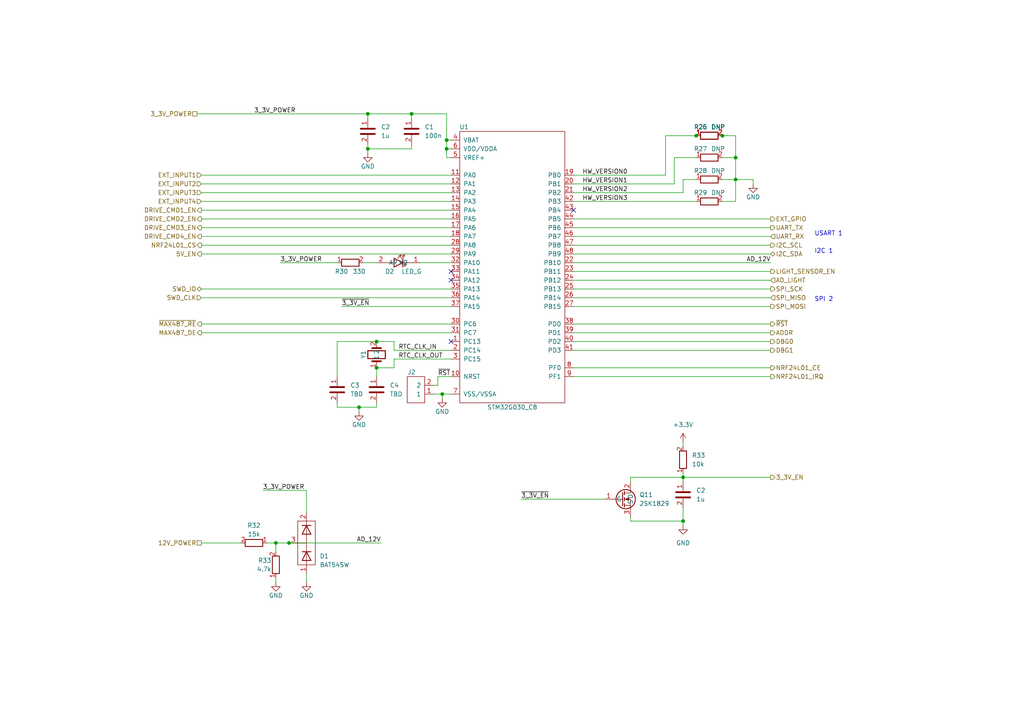
<source format=kicad_sch>
(kicad_sch (version 20230121) (generator eeschema)
  (paper "A4")
  (title_block (title "Home automation module") (date "2024-03-24") (rev "1.0") (company "stf.labs"))
  (lib_symbols
    (symbol "p_Diode:BAT54SW" (pin_names (offset 1.016) hide)
      (property "Reference" "D" (at -2.54 7.62 0))
      (property "Value" "BAT54SW" (at 6.35 -7.62 0))
      (symbol "BAT54SW_0_1"
        (rectangle (start -2.54 6.35) (end 2.54 -6.35))
        (polyline (pts (xy 0 -6.35) (xy 0 -5.08)))
        (polyline (pts (xy 0 5.08) (xy 0 6.35)))
        (polyline (pts (xy 0 2.54) (xy 0 -2.54) (xy 0 0) (xy -2.54 0)))
      )
      (symbol "BAT54SW_1_1"
        (polyline (pts (xy 0 -5.08) (xy 0 -2.54)))
        (polyline (pts (xy 0 2.54) (xy 0 5.08)))
        (polyline (pts (xy 1.27 -2.54) (xy -1.27 -2.54)) (stroke (width 0.254)))
        (polyline (pts (xy 1.27 5.08) (xy -1.27 5.08)) (stroke (width 0.254)))
        (polyline (pts (xy 1.27 -5.08) (xy -1.27 -5.08) (xy 0 -2.54) (xy 1.27 -5.08)) (stroke (width 0.254)))
        (polyline (pts (xy 1.27 2.54) (xy -1.27 2.54) (xy 0 5.08) (xy 1.27 2.54)) (stroke (width 0.254)))
        (pin passive line (at 0 -8.89 90) (length 2.54) (name "A") (number "1"))
        (pin passive line (at 0 8.89 270) (length 2.54) (name "K") (number "2"))
        (pin passive line (at -5.08 0 0) (length 2.54) (name "A/K") (number "3"))
      )
    )
    (symbol "p_Diode:LED_G" (pin_names (offset 1.016))
      (property "Reference" "D" (at 0 5.08 0))
      (property "Value" "LED_G" (at 0 -3.81 0))
      (symbol "LED_G_1_1"
        (polyline (pts (xy -3.81 0) (xy -1.27 0)))
        (polyline (pts (xy -0.254 1.27) (xy 0.762 2.286)))
        (polyline (pts (xy 0.762 1.27) (xy 1.778 2.286)))
        (polyline (pts (xy 1.27 0) (xy 3.81 0)))
        (polyline (pts (xy 1.27 1.27) (xy 1.27 -1.27)) (stroke (width 0.254)))
        (polyline (pts (xy 0 2.032) (xy 0.762 2.286) (xy 0.508 1.524)))
        (polyline (pts (xy 1.016 2.032) (xy 1.778 2.286) (xy 1.524 1.524)))
        (polyline (pts (xy -1.27 1.27) (xy -1.27 -1.27) (xy 1.27 0) (xy -1.27 1.27)) (stroke (width 0.254)))
        (text "R" (at 1.905 -0.7366 0) (effects (font (size 0.762 0.762))))
        (pin passive line (at 6.35 0 180) (length 2.54) (name "KR") (number "1"))
        (pin passive line (at -6.35 0 0) (length 2.54) (name "AR") (number "2"))
      )
    )
    (symbol "p_MCU:STM32G030_C8" (pin_names (offset 1.016))
      (property "Reference" "U" (at -13.97 40.64 0))
      (property "Value" "STM32G030_C8" (at 8.89 40.64 0))
      (symbol "STM32G030_C8_0_1"
        (rectangle (start -15.24 39.37) (end 15.24 -39.37))
      )
      (symbol "STM32G030_C8_1_1"
        (pin bidirectional line (at -17.78 -21.59 0) (length 2.54) (name "PC13") (number "1"))
        (pin bidirectional line (at -17.78 -31.75 0) (length 2.54) (name "NRST") (number "10"))
        (pin bidirectional line (at -17.78 26.67 0) (length 2.54) (name "PA0") (number "11"))
        (pin bidirectional line (at -17.78 24.13 0) (length 2.54) (name "PA1") (number "12"))
        (pin bidirectional line (at -17.78 21.59 0) (length 2.54) (name "PA2") (number "13"))
        (pin bidirectional line (at -17.78 19.05 0) (length 2.54) (name "PA3") (number "14"))
        (pin bidirectional line (at -17.78 16.51 0) (length 2.54) (name "PA4") (number "15"))
        (pin bidirectional line (at -17.78 13.97 0) (length 2.54) (name "PA5") (number "16"))
        (pin bidirectional line (at -17.78 11.43 0) (length 2.54) (name "PA6") (number "17"))
        (pin bidirectional line (at -17.78 8.89 0) (length 2.54) (name "PA7") (number "18"))
        (pin bidirectional line (at 17.78 26.67 180) (length 2.54) (name "PB0") (number "19"))
        (pin bidirectional line (at -17.78 -24.13 0) (length 2.54) (name "PC14") (number "2"))
        (pin bidirectional line (at 17.78 24.13 180) (length 2.54) (name "PB1") (number "20"))
        (pin bidirectional line (at 17.78 21.59 180) (length 2.54) (name "PB2") (number "21"))
        (pin bidirectional line (at 17.78 1.27 180) (length 2.54) (name "PB10") (number "22"))
        (pin bidirectional line (at 17.78 -1.27 180) (length 2.54) (name "PB11") (number "23"))
        (pin bidirectional line (at 17.78 -3.81 180) (length 2.54) (name "PB12") (number "24"))
        (pin bidirectional line (at 17.78 -6.35 180) (length 2.54) (name "PB13") (number "25"))
        (pin bidirectional line (at 17.78 -8.89 180) (length 2.54) (name "PB14") (number "26"))
        (pin bidirectional line (at 17.78 -11.43 180) (length 2.54) (name "PB15") (number "27"))
        (pin bidirectional line (at -17.78 6.35 0) (length 2.54) (name "PA8") (number "28"))
        (pin bidirectional line (at -17.78 3.81 0) (length 2.54) (name "PA9") (number "29"))
        (pin bidirectional line (at -17.78 -26.67 0) (length 2.54) (name "PC15") (number "3"))
        (pin bidirectional line (at -17.78 -16.51 0) (length 2.54) (name "PC6") (number "30"))
        (pin bidirectional line (at -17.78 -19.05 0) (length 2.54) (name "PC7") (number "31"))
        (pin bidirectional line (at -17.78 1.27 0) (length 2.54) (name "PA10") (number "32"))
        (pin bidirectional line (at -17.78 -1.27 0) (length 2.54) (name "PA11") (number "33"))
        (pin bidirectional line (at -17.78 -3.81 0) (length 2.54) (name "PA12") (number "34"))
        (pin bidirectional line (at -17.78 -6.35 0) (length 2.54) (name "PA13") (number "35"))
        (pin bidirectional line (at -17.78 -8.89 0) (length 2.54) (name "PA14") (number "36"))
        (pin bidirectional line (at -17.78 -11.43 0) (length 2.54) (name "PA15") (number "37"))
        (pin bidirectional line (at 17.78 -16.51 180) (length 2.54) (name "PD0") (number "38"))
        (pin bidirectional line (at 17.78 -19.05 180) (length 2.54) (name "PD1") (number "39"))
        (pin power_in line (at -17.78 36.83 0) (length 2.54) (name "VBAT") (number "4"))
        (pin bidirectional line (at 17.78 -21.59 180) (length 2.54) (name "PD2") (number "40"))
        (pin bidirectional line (at 17.78 -24.13 180) (length 2.54) (name "PD3") (number "41"))
        (pin bidirectional line (at 17.78 19.05 180) (length 2.54) (name "PB3") (number "42"))
        (pin bidirectional line (at 17.78 16.51 180) (length 2.54) (name "PB4") (number "43"))
        (pin bidirectional line (at 17.78 13.97 180) (length 2.54) (name "PB5") (number "44"))
        (pin bidirectional line (at 17.78 11.43 180) (length 2.54) (name "PB6") (number "45"))
        (pin bidirectional line (at 17.78 8.89 180) (length 2.54) (name "PB7") (number "46"))
        (pin bidirectional line (at 17.78 6.35 180) (length 2.54) (name "PB8") (number "47"))
        (pin bidirectional line (at 17.78 3.81 180) (length 2.54) (name "PB9") (number "48"))
        (pin power_in line (at -17.78 31.75 0) (length 2.54) (name "VREF+") (number "5"))
        (pin power_in line (at -17.78 34.29 0) (length 2.54) (name "VDD/VDDA") (number "6"))
        (pin passive line (at -17.78 -36.83 0) (length 2.54) (name "VSS/VSSA") (number "7"))
        (pin bidirectional line (at 17.78 -29.21 180) (length 2.54) (name "PF0") (number "8"))
        (pin bidirectional line (at 17.78 -31.75 180) (length 2.54) (name "PF1") (number "9"))
      )
    )
    (symbol "p_Misc:Conn_HE13_1x2_2.54V" (pin_names (offset 1.016))
      (property "Reference" "J" (at 2.54 5.08 0))
      (property "Value" "Conn_HE13_1x2_2.54V" (at 2.54 -6.35 0))
      (symbol "Conn_HE13_1x2_2.54V_1_1"
        (rectangle (start 0 3.81) (end 5.08 -3.81))
        (pin passive line (at -2.54 1.27 0) (length 2.54) (name "1") (number "1"))
        (pin passive line (at -2.54 -1.27 0) (length 2.54) (name "2") (number "2"))
      )
    )
    (symbol "p_Misc:Crystal_3.2x1.5mm" (pin_names (offset 1.016))
      (property "Reference" "Y" (at 0 3.81 0))
      (property "Value" "Crystal_3.2x1.5mm" (at 0 -3.81 0))
      (symbol "Crystal_3.2x1.5mm_1_1"
        (rectangle (start -1.143 2.54) (end 1.143 -2.54) (stroke (width 0.3048)))
        (polyline (pts (xy -2.54 0) (xy -1.905 0)))
        (polyline (pts (xy -1.905 -1.27) (xy -1.905 1.27)) (stroke (width 0.508)))
        (polyline (pts (xy 1.905 -1.27) (xy 1.905 1.27)) (stroke (width 0.508)))
        (polyline (pts (xy 2.54 0) (xy 1.905 0)))
        (pin passive line (at -3.81 0 0) (length 1.27) (name "1") (number "1"))
        (pin passive line (at 3.81 0 180) (length 1.27) (name "2") (number "2"))
      )
    )
    (symbol "p_Passive:C_0603" (pin_names (offset 0) hide)
      (property "Reference" "C" (at 0 0 0))
      (property "Value" "C_0603" (at 0 0 0))
      (symbol "C_0603_1_1"
        (polyline (pts (xy -2.032 -0.762) (xy 2.032 -0.762)) (stroke (width 0.508)))
        (polyline (pts (xy -2.032 0.762) (xy 2.032 0.762)) (stroke (width 0.508)))
        (pin passive line (at 0 3.81 270) (length 2.794) (name "~") (number "1"))
        (pin passive line (at 0 -3.81 90) (length 2.794) (name "~") (number "2"))
      )
    )
    (symbol "p_Passive:R_0603" (pin_names (offset 0) hide)
      (property "Reference" "R" (at 0 0 0))
      (property "Value" "R_0603" (at 0 0 0))
      (symbol "R_0603_1_1"
        (rectangle (start -1.016 -2.54) (end 1.016 2.54) (stroke (width 0.254)))
        (pin passive line (at 0 3.81 270) (length 1.27) (name "~") (number "1"))
        (pin passive line (at 0 -3.81 90) (length 1.27) (name "~") (number "2"))
      )
    )
    (symbol "p_Transistor_FET:2SK1829" (pin_names (offset 1.016))
      (property "Reference" "Q" (at 2.54 2.54 0))
      (property "Value" "2SK1829" (at 6.35 0 0))
      (symbol "2SK1829_1_1"
        (circle (center -1.397 0) (radius 2.794) (stroke (width 0.254)))
        (polyline (pts (xy -2.286 0) (xy -5.08 0)))
        (polyline (pts (xy -2.286 1.905) (xy -2.286 -1.905)) (stroke (width 0.254)))
        (polyline (pts (xy -1.778 -1.778) (xy 0 -1.778)))
        (polyline (pts (xy -1.778 -1.27) (xy -1.778 -2.286)) (stroke (width 0.254)))
        (polyline (pts (xy -1.778 0.508) (xy -1.778 -0.508)) (stroke (width 0.254)))
        (polyline (pts (xy -1.778 1.778) (xy 0 1.778)))
        (polyline (pts (xy -1.778 2.286) (xy -1.778 1.27)) (stroke (width 0.254)))
        (polyline (pts (xy 0 2.54) (xy 0 1.778)))
        (polyline (pts (xy 0 -2.54) (xy 0 0) (xy -1.778 0)))
        (polyline (pts (xy -1.524 0) (xy -0.508 0.381) (xy -0.508 -0.381) (xy -1.524 0)) (fill (type outline)))
        (pin input line (at -7.62 0 0) (length 2.54) (name "G") (number "1"))
        (pin passive line (at 0 5.08 270) (length 2.54) (name "D") (number "2"))
        (pin passive line (at 0 -5.08 90) (length 2.54) (name "S") (number "3"))
      )
    )
    (symbol "power:+3.3V" (power) (pin_names (offset 0))
      (property "Value" "+3.3V" (at 0 3.556 0))
      (symbol "+3.3V_0_1"
        (polyline (pts (xy -0.762 1.27) (xy 0 2.54)))
        (polyline (pts (xy 0 0) (xy 0 2.54)))
        (polyline (pts (xy 0 2.54) (xy 0.762 1.27)))
      )
      (symbol "+3.3V_1_1"
        (pin power_in line (at 0 0 90) (length 0) hide (name "+3.3V") (number "1"))
      )
    )
    (symbol "power:GND" (power) (pin_names (offset 0))
      (property "Value" "GND" (at 0 -3.81 0))
      (symbol "GND_0_1"
        (polyline (pts (xy 0 0) (xy 0 -1.27) (xy 1.27 -1.27) (xy 0 -2.54) (xy -1.27 -1.27) (xy 0 -1.27)))
      )
      (symbol "GND_1_1"
        (pin power_in line (at 0 0 270) (length 0) hide (name "GND") (number "1"))
      )
    )
  )
  (junction (at 83.82 157.48))
  (junction (at 213.36 45.72))
  (junction (at 104.14 118.11))
  (junction (at 129.54 40.64))
  (junction (at 129.54 43.18))
  (junction (at 128.27 114.3))
  (junction (at 201.93 39.37))
  (junction (at 109.22 99.06))
  (junction (at 106.68 43.18))
  (junction (at 209.55 39.37))
  (junction (at 80.01 157.48))
  (junction (at 109.22 106.68))
  (junction (at 119.38 33.02))
  (junction (at 106.68 33.02))
  (junction (at 198.12 138.43))
  (junction (at 198.12 151.13))
  (junction (at 213.36 52.07))
  (no_connect (at 130.81 99.06))
  (no_connect (at 130.81 81.28))
  (no_connect (at 130.81 78.74))
  (no_connect (at 166.37 60.96))
  (wire (pts (xy 58.42 50.8) (xy 130.81 50.8)))
  (wire (pts (xy 58.42 71.12) (xy 130.81 71.12)))
  (wire (pts (xy 127 109.22) (xy 130.81 109.22)))
  (wire (pts (xy 201.93 39.37) (xy 193.04 39.37)))
  (wire (pts (xy 119.38 33.02) (xy 119.38 34.29)))
  (wire (pts (xy 114.3 99.06) (xy 114.3 101.6)))
  (wire (pts (xy 106.68 34.29) (xy 106.68 33.02)))
  (wire (pts (xy 166.37 66.04) (xy 223.52 66.04)))
  (wire (pts (xy 105.41 76.2) (xy 109.22 76.2)))
  (wire (pts (xy 130.81 40.64) (xy 129.54 40.64)))
  (wire (pts (xy 106.68 33.02) (xy 119.38 33.02)))
  (wire (pts (xy 129.54 33.02) (xy 119.38 33.02)))
  (wire (pts (xy 129.54 40.64) (xy 129.54 33.02)))
  (wire (pts (xy 166.37 93.98) (xy 223.52 93.98)))
  (wire (pts (xy 166.37 76.2) (xy 223.52 76.2)))
  (wire (pts (xy 166.37 78.74) (xy 223.52 78.74)))
  (wire (pts (xy 83.82 157.48) (xy 80.01 157.48)))
  (wire (pts (xy 198.12 151.13) (xy 198.12 152.4)))
  (wire (pts (xy 209.55 39.37) (xy 213.36 39.37)))
  (wire (pts (xy 121.92 76.2) (xy 130.81 76.2)))
  (wire (pts (xy 80.01 157.48) (xy 77.47 157.48)))
  (wire (pts (xy 166.37 50.8) (xy 193.04 50.8)))
  (wire (pts (xy 129.54 40.64) (xy 129.54 43.18)))
  (wire (pts (xy 58.42 55.88) (xy 130.81 55.88)))
  (wire (pts (xy 166.37 96.52) (xy 223.52 96.52)))
  (wire (pts (xy 58.42 60.96) (xy 130.81 60.96)))
  (wire (pts (xy 166.37 68.58) (xy 223.52 68.58)))
  (wire (pts (xy 166.37 88.9) (xy 223.52 88.9)))
  (wire (pts (xy 166.37 53.34) (xy 195.58 53.34)))
  (wire (pts (xy 88.9 142.24) (xy 88.9 148.59)))
  (wire (pts (xy 128.27 115.57) (xy 128.27 114.3)))
  (wire (pts (xy 58.42 73.66) (xy 130.81 73.66)))
  (wire (pts (xy 130.81 45.72) (xy 129.54 45.72)))
  (wire (pts (xy 209.55 45.72) (xy 213.36 45.72)))
  (wire (pts (xy 58.42 68.58) (xy 130.81 68.58)))
  (wire (pts (xy 81.28 76.2) (xy 97.79 76.2)))
  (wire (pts (xy 198.12 52.07) (xy 198.12 55.88)))
  (wire (pts (xy 218.44 52.07) (xy 218.44 53.34)))
  (wire (pts (xy 182.88 149.86) (xy 182.88 151.13)))
  (wire (pts (xy 166.37 73.66) (xy 223.52 73.66)))
  (wire (pts (xy 80.01 157.48) (xy 80.01 160.02)))
  (wire (pts (xy 97.79 116.84) (xy 97.79 118.11)))
  (wire (pts (xy 109.22 99.06) (xy 114.3 99.06)))
  (wire (pts (xy 166.37 58.42) (xy 201.93 58.42)))
  (wire (pts (xy 213.36 52.07) (xy 218.44 52.07)))
  (wire (pts (xy 109.22 106.68) (xy 114.3 106.68)))
  (wire (pts (xy 97.79 99.06) (xy 97.79 109.22)))
  (wire (pts (xy 213.36 52.07) (xy 213.36 58.42)))
  (wire (pts (xy 114.3 101.6) (xy 130.81 101.6)))
  (wire (pts (xy 195.58 45.72) (xy 201.93 45.72)))
  (wire (pts (xy 166.37 83.82) (xy 223.52 83.82)))
  (wire (pts (xy 166.37 63.5) (xy 223.52 63.5)))
  (wire (pts (xy 58.42 58.42) (xy 130.81 58.42)))
  (wire (pts (xy 128.27 114.3) (xy 130.81 114.3)))
  (wire (pts (xy 110.49 157.48) (xy 83.82 157.48)))
  (wire (pts (xy 195.58 53.34) (xy 195.58 45.72)))
  (wire (pts (xy 58.42 63.5) (xy 130.81 63.5)))
  (wire (pts (xy 193.04 39.37) (xy 193.04 50.8)))
  (wire (pts (xy 213.36 58.42) (xy 209.55 58.42)))
  (wire (pts (xy 198.12 138.43) (xy 198.12 137.16)))
  (wire (pts (xy 198.12 151.13) (xy 198.12 147.32)))
  (wire (pts (xy 129.54 45.72) (xy 129.54 43.18)))
  (wire (pts (xy 114.3 104.14) (xy 130.81 104.14)))
  (wire (pts (xy 58.42 86.36) (xy 130.81 86.36)))
  (wire (pts (xy 198.12 138.43) (xy 198.12 139.7)))
  (wire (pts (xy 76.2 142.24) (xy 88.9 142.24)))
  (wire (pts (xy 104.14 118.11) (xy 109.22 118.11)))
  (wire (pts (xy 104.14 118.11) (xy 104.14 119.38)))
  (wire (pts (xy 151.13 144.78) (xy 175.26 144.78)))
  (wire (pts (xy 166.37 86.36) (xy 223.52 86.36)))
  (wire (pts (xy 106.68 43.18) (xy 119.38 43.18)))
  (wire (pts (xy 125.73 114.3) (xy 128.27 114.3)))
  (wire (pts (xy 125.73 111.76) (xy 127 111.76)))
  (wire (pts (xy 166.37 106.68) (xy 223.52 106.68)))
  (wire (pts (xy 106.68 43.18) (xy 106.68 44.45)))
  (wire (pts (xy 109.22 109.22) (xy 109.22 106.68)))
  (wire (pts (xy 58.42 66.04) (xy 130.81 66.04)))
  (wire (pts (xy 58.42 96.52) (xy 130.81 96.52)))
  (wire (pts (xy 166.37 109.22) (xy 223.52 109.22)))
  (wire (pts (xy 198.12 128.27) (xy 198.12 129.54)))
  (wire (pts (xy 57.15 33.02) (xy 106.68 33.02)))
  (wire (pts (xy 99.06 88.9) (xy 130.81 88.9)))
  (wire (pts (xy 80.01 167.64) (xy 80.01 168.91)))
  (wire (pts (xy 166.37 101.6) (xy 223.52 101.6)))
  (wire (pts (xy 213.36 39.37) (xy 213.36 45.72)))
  (wire (pts (xy 127 111.76) (xy 127 109.22)))
  (wire (pts (xy 182.88 139.7) (xy 182.88 138.43)))
  (wire (pts (xy 58.42 157.48) (xy 69.85 157.48)))
  (wire (pts (xy 166.37 55.88) (xy 198.12 55.88)))
  (wire (pts (xy 166.37 99.06) (xy 223.52 99.06)))
  (wire (pts (xy 201.93 52.07) (xy 198.12 52.07)))
  (wire (pts (xy 182.88 151.13) (xy 198.12 151.13)))
  (wire (pts (xy 129.54 43.18) (xy 130.81 43.18)))
  (wire (pts (xy 58.42 53.34) (xy 130.81 53.34)))
  (wire (pts (xy 166.37 71.12) (xy 223.52 71.12)))
  (wire (pts (xy 119.38 43.18) (xy 119.38 41.91)))
  (wire (pts (xy 213.36 45.72) (xy 213.36 52.07)))
  (wire (pts (xy 58.42 93.98) (xy 130.81 93.98)))
  (wire (pts (xy 166.37 81.28) (xy 223.52 81.28)))
  (wire (pts (xy 209.55 52.07) (xy 213.36 52.07)))
  (wire (pts (xy 58.42 83.82) (xy 130.81 83.82)))
  (wire (pts (xy 109.22 118.11) (xy 109.22 116.84)))
  (wire (pts (xy 198.12 138.43) (xy 223.52 138.43)))
  (wire (pts (xy 97.79 118.11) (xy 104.14 118.11)))
  (wire (pts (xy 88.9 166.37) (xy 88.9 168.91)))
  (wire (pts (xy 106.68 41.91) (xy 106.68 43.18)))
  (wire (pts (xy 109.22 99.06) (xy 97.79 99.06)))
  (wire (pts (xy 114.3 106.68) (xy 114.3 104.14)))
  (wire (pts (xy 182.88 138.43) (xy 198.12 138.43)))
  (text "USART 1" (at 236.22 68.58 0) (effects (font (size 1.27 1.27)) (justify left bottom)))
  (text "SPI 2" (at 236.22 87.63 0) (effects (font (size 1.27 1.27)) (justify left bottom)))
  (text "I2C 1" (at 236.22 73.66 0) (effects (font (size 1.27 1.27)) (justify left bottom)))
  (label "HW_VERSION2" (at 168.91 55.88 0))
  (label "3_3V_POWER" (at 73.66 33.02 0))
  (label "~{3_3V_EN}" (at 99.06 88.9 0))
  (label "RTC_CLK_OUT" (at 115.57 104.14 0))
  (label "3_3V_POWER" (at 76.2 142.24 0))
  (label "RTC_CLK_IN" (at 115.57 101.6 0))
  (label "AD_12V" (at 223.52 76.2 180))
  (label "~{RST}" (at 127 109.22 0))
  (label "HW_VERSION0" (at 168.91 50.8 0))
  (label "HW_VERSION3" (at 168.91 58.42 0))
  (label "~{3_3V_EN}" (at 151.13 144.78 0))
  (label "3_3V_POWER" (at 81.28 76.2 0))
  (label "AD_12V" (at 110.49 157.48 180))
  (label "HW_VERSION1" (at 168.91 53.34 0))
  (hierarchical_label "EXT_GPIO" (shape output) (at 223.52 63.5 0))
  (hierarchical_label "AD_LIGHT" (shape input) (at 223.52 81.28 0))
  (hierarchical_label "3_3V_POWER" (shape passive) (at 57.15 33.02 180))
  (hierarchical_label "~{RST}" (shape output) (at 223.52 93.98 0))
  (hierarchical_label "LIGHT_SENSOR_EN" (shape output) (at 223.52 78.74 0))
  (hierarchical_label "EXT_INPUT2" (shape input) (at 58.42 53.34 180))
  (hierarchical_label "UART_RX" (shape input) (at 223.52 68.58 0))
  (hierarchical_label "DBG1" (shape output) (at 223.52 101.6 0))
  (hierarchical_label "SPI_MOSI" (shape output) (at 223.52 88.9 0))
  (hierarchical_label "EXT_INPUT4" (shape input) (at 58.42 58.42 180))
  (hierarchical_label "DBG0" (shape output) (at 223.52 99.06 0))
  (hierarchical_label "~{MAX487_RE}" (shape output) (at 58.42 93.98 180))
  (hierarchical_label "I2C_SCL" (shape output) (at 223.52 71.12 0))
  (hierarchical_label "NRF24L01_CE" (shape output) (at 223.52 106.68 0))
  (hierarchical_label "DRIVE_CMD2_EN" (shape output) (at 58.42 63.5 180))
  (hierarchical_label "DRIVE_CMD3_EN" (shape output) (at 58.42 66.04 180))
  (hierarchical_label "DRIVE_CMD4_EN" (shape output) (at 58.42 68.58 180))
  (hierarchical_label "I2C_SDA" (shape bidirectional) (at 223.52 73.66 0))
  (hierarchical_label "SPI_SCK" (shape output) (at 223.52 83.82 0))
  (hierarchical_label "EXT_INPUT1" (shape input) (at 58.42 50.8 180))
  (hierarchical_label "EXT_INPUT3" (shape input) (at 58.42 55.88 180))
  (hierarchical_label "NRF24L01_CS" (shape output) (at 58.42 71.12 180))
  (hierarchical_label "SPI_MISO" (shape input) (at 223.52 86.36 0))
  (hierarchical_label "DRIVE_CMD1_EN" (shape output) (at 58.42 60.96 180))
  (hierarchical_label "5V_EN" (shape output) (at 58.42 73.66 180))
  (hierarchical_label "SWD_IO" (shape bidirectional) (at 58.42 83.82 180))
  (hierarchical_label "3_3V_EN" (shape output) (at 223.52 138.43 0))
  (hierarchical_label "SWD_CLK" (shape input) (at 58.42 86.36 180))
  (hierarchical_label "MAX487_DE" (shape output) (at 58.42 96.52 180))
  (hierarchical_label "ADDR" (shape output) (at 223.52 96.52 0))
  (hierarchical_label "NRF24L01_IRQ" (shape output) (at 223.52 109.22 0))
  (hierarchical_label "UART_TX" (shape output) (at 223.52 66.04 0))
  (hierarchical_label "12V_POWER" (shape passive) (at 58.42 157.48 180))
  (symbol (lib_id "p_Passive:R_0603") (at 205.74 45.72 90) (unit 1)
    (property "Reference" "R27" (at 203.2 43.18 90))
    (property "Value" "DNP" (at 208.28 43.18 90))
    (property "Footprint" "p_Package_Resistor_SMD:R_0603_1608Metric_Pad0.98x0.95mm_HandSolder" (effects hide))
  )
  (symbol (lib_id "p_Passive:R_0603") (at 205.74 52.07 90) (unit 1)
    (property "Reference" "R28" (at 203.2 49.53 90))
    (property "Value" "DNP" (at 208.28 49.53 90))
    (property "Footprint" "p_Package_Resistor_SMD:R_0603_1608Metric_Pad0.98x0.95mm_HandSolder" (effects hide))
  )
  (symbol (lib_id "p_Passive:C_0603") (at 106.68 38.1 0) (unit 1)
    (property "Reference" "C2" (at 110.49 36.83 0) (effects (justify left)))
    (property "Value" "1u" (at 110.49 39.37 0) (effects (justify left)))
    (property "Footprint" "p_Package_Capacitor_SMD:C_0603_1608Metric_Pad1.08x0.95mm_HandSolder" (effects hide))
    (instances (project "home_automation_module_std" (path "" (reference "C2") (unit 1)) (path "" (reference "C7") (unit 1))))
  )
  (symbol (lib_id "power:GND") (at 88.9 168.91 0) (mirror y) (unit 1)
    (property "Reference" "#PWR03" (effects hide))
    (property "Value" "GND" (at 88.9 172.72 0))
    (instances (project "home_automation_module_std" (path "" (reference "#PWR03") (unit 1)) (path "" (reference "#PWR046") (unit 1))))
  )
  (symbol (lib_id "p_Passive:R_0603") (at 205.74 39.37 90) (unit 1)
    (property "Reference" "R25" (at 203.2 36.83 90))
    (property "Value" "DNP" (at 208.28 36.83 90))
    (property "Footprint" "p_Package_Resistor_SMD:R_0603_1608Metric_Pad0.98x0.95mm_HandSolder" (effects hide))
  )
  (symbol (lib_id "power:GND") (at 80.01 168.91 0) (mirror y) (unit 1)
    (property "Reference" "#PWR03" (effects hide))
    (property "Value" "GND" (at 80.01 172.72 0))
    (instances (project "home_automation_module_std" (path "" (reference "#PWR03") (unit 1)) (path "" (reference "#PWR045") (unit 1))))
  )
  (symbol (lib_id "p_MCU:STM32G030_C8") (at 148.59 77.47 0) (unit 1)
    (property "Reference" "U1" (at 134.62 36.83 0))
    (property "Value" "STM32G030_C8" (at 148.59 118.11 0))
    (property "Footprint" "p_Package_QFP:LQFP-48_7x7mm_P0.5mm" (effects hide))
    (instances (project "home_automation_module_std" (path "" (reference "U1") (unit 1)) (path "" (reference "U5") (unit 1))))
  )
  (symbol (lib_id "p_Passive:R_0603") (at 73.66 157.48 270) (mirror x) (unit 1)
    (property "Reference" "R32" (at 73.66 152.4 90))
    (property "Value" "15k" (at 73.66 154.94 90))
    (property "Footprint" "p_Package_Resistor_SMD:R_0603_1608Metric_Pad0.98x0.95mm_HandSolder" (effects hide))
  )
  (symbol (lib_id "p_Misc:Crystal_3.2x1.5mm") (at 109.22 102.87 90) (unit 1)
    (property "Reference" "Y1" (at 105.41 102.87 0))
    (property "Value" "Crystal_3.2x1.5mm" (effects hide))
    (property "Footprint" "p_Package_Misc:Crystal_SMD_3.2x1.5mm" (effects hide))
  )
  (symbol (lib_id "power:GND") (at 198.12 152.4 0) (unit 1)
    (property "Reference" "#PWR040" (effects hide))
    (property "Value" "GND" (at 198.12 157.48 0))
    (instances (project "home_automation_module_std" (path "" (reference "#PWR040") (unit 1)) (path "" (reference "#PWR013") (unit 1)) (path "" (reference "#PWR044") (unit 1))))
  )
  (symbol (lib_id "power:GND") (at 104.14 119.38 0) (unit 1)
    (property "Reference" "#PWR09" (effects hide))
    (property "Value" "GND" (at 104.14 123.19 0))
    (instances (project "home_automation_module_std" (path "" (reference "#PWR09") (unit 1)) (path "" (reference "#PWR042") (unit 1))))
  )
  (symbol (lib_id "p_Passive:R_0603") (at 80.01 163.83 0) (mirror x) (unit 1)
    (property "Reference" "R33" (at 78.74 162.56 0) (effects (justify right)))
    (property "Value" "4.7k" (at 78.74 165.1 0) (effects (justify right)))
    (property "Footprint" "p_Package_Resistor_SMD:R_0603_1608Metric_Pad0.98x0.95mm_HandSolder" (effects hide))
  )
  (symbol (lib_id "power:GND") (at 218.44 53.34 0) (unit 1)
    (property "Reference" "#PWR05" (effects hide))
    (property "Value" "GND" (at 218.44 57.15 0))
    (instances (project "home_automation_module_std" (path "" (reference "#PWR05") (unit 1)) (path "" (reference "#PWR040") (unit 1))))
  )
  (symbol (lib_id "power:GND") (at 128.27 115.57 0) (unit 1)
    (property "Reference" "#PWR03" (effects hide))
    (property "Value" "GND" (at 128.27 119.38 0))
    (instances (project "home_automation_module_std" (path "" (reference "#PWR03") (unit 1)) (path "" (reference "#PWR041") (unit 1))))
  )
  (symbol (lib_id "p_Passive:R_0603") (at 198.12 133.35 180) (unit 1)
    (property "Reference" "R33" (at 200.66 132.08 0) (effects (justify right)))
    (property "Value" "10k" (at 200.66 134.62 0) (effects (justify right)))
    (property "Footprint" "p_Package_Resistor_SMD:R_0603_1608Metric_Pad0.98x0.95mm_HandSolder" (effects hide))
    (instances (project "home_automation_module_std" (path "" (reference "R33") (unit 1)) (path "" (reference "R15") (unit 1)) (path "" (reference "R31") (unit 1))))
  )
  (symbol (lib_id "p_Misc:Conn_HE13_1x2_2.54V") (at 123.19 113.03 180) (unit 1)
    (property "Reference" "J2" (at 119.38 107.95 0))
    (property "Value" "Conn_HE13_1x2_2.54V" (effects hide))
    (property "Footprint" "p_Package_Misc:PinHeader_1x02_P2.54mm_Vertical" (effects hide))
    (instances (project "home_automation_module_std" (path "" (reference "J2") (unit 1)) (path "" (reference "J6") (unit 1))))
  )
  (symbol (lib_id "p_Passive:C_0603") (at 109.22 113.03 0) (unit 1)
    (property "Reference" "C4" (at 113.03 111.76 0) (effects (justify left)))
    (property "Value" "TBD" (at 113.03 114.3 0) (effects (justify left)))
    (property "Footprint" "p_Package_Capacitor_SMD:C_0603_1608Metric_Pad1.08x0.95mm_HandSolder" (effects hide))
    (instances (project "home_automation_module_std" (path "" (reference "C4") (unit 1)) (path "" (reference "C10") (unit 1))))
  )
  (symbol (lib_id "p_Passive:R_0603") (at 101.6 76.2 90) (mirror x) (unit 1)
    (property "Reference" "R30" (at 99.06 78.74 90))
    (property "Value" "330" (at 104.14 78.74 90))
    (property "Footprint" "p_Package_Resistor_SMD:R_0603_1608Metric_Pad0.98x0.95mm_HandSolder" (effects hide))
  )
  (symbol (lib_id "p_Passive:C_0603") (at 119.38 38.1 0) (unit 1)
    (property "Reference" "C1" (at 123.19 36.83 0) (effects (justify left)))
    (property "Value" "100n" (at 123.19 39.37 0) (effects (justify left)))
    (property "Footprint" "p_Package_Capacitor_SMD:C_0603_1608Metric_Pad1.08x0.95mm_HandSolder" (effects hide))
    (instances (project "home_automation_module_std" (path "" (reference "C1") (unit 1)) (path "" (reference "C8") (unit 1))))
  )
  (symbol (lib_id "p_Passive:C_0603") (at 198.12 143.51 0) (unit 1)
    (property "Reference" "C2" (at 201.93 142.24 0) (effects (justify left)))
    (property "Value" "1u" (at 201.93 144.78 0) (effects (justify left)))
    (property "Footprint" "p_Package_Capacitor_SMD:C_0603_1608Metric_Pad1.08x0.95mm_HandSolder" (effects hide))
    (instances (project "home_automation_module_std" (path "" (reference "C2") (unit 1)) (path "" (reference "C11") (unit 1))))
  )
  (symbol (lib_id "power:GND") (at 106.68 44.45 0) (unit 1)
    (property "Reference" "#PWR05" (effects hide))
    (property "Value" "GND" (at 106.68 48.26 0))
    (instances (project "home_automation_module_std" (path "" (reference "#PWR05") (unit 1)) (path "" (reference "#PWR039") (unit 1))))
  )
  (symbol (lib_id "power:+3.3V") (at 198.12 128.27 0) (unit 1)
    (property "Reference" "#PWR039" (effects hide))
    (property "Value" "+3.3V" (at 198.12 123.19 0))
    (instances (project "home_automation_module_std" (path "" (reference "#PWR039") (unit 1)) (path "" (reference "#PWR043") (unit 1))))
  )
  (symbol (lib_id "p_Diode:LED_G") (at 115.57 76.2 0) (unit 1)
    (property "Reference" "D2" (at 113.03 78.74 0))
    (property "Value" "LED_G" (at 119.38 78.74 0))
    (property "Footprint" "p_Package_Diode_SMD:LED_0603_1608Metric" (effects hide))
  )
  (symbol (lib_id "p_Passive:C_0603") (at 97.79 113.03 0) (unit 1)
    (property "Reference" "C3" (at 101.6 111.76 0) (effects (justify left)))
    (property "Value" "TBD" (at 101.6 114.3 0) (effects (justify left)))
    (property "Footprint" "p_Package_Capacitor_SMD:C_0603_1608Metric_Pad1.08x0.95mm_HandSolder" (effects hide))
    (instances (project "home_automation_module_std" (path "" (reference "C3") (unit 1)) (path "" (reference "C9") (unit 1))))
  )
  (symbol (lib_id "p_Passive:R_0603") (at 205.74 39.37 90) (unit 1)
    (property "Reference" "R26" (at 203.2 36.83 90))
    (property "Value" "DNP" (at 208.28 36.83 90))
    (property "Footprint" "p_Package_Resistor_SMD:R_0603_1608Metric_Pad0.98x0.95mm_HandSolder" (effects hide))
  )
  (symbol (lib_id "p_Transistor_FET:2SK1829") (at 182.88 144.78 0) (unit 1)
    (property "Reference" "Q11" (at 185.42 143.51 0) (effects (justify left)))
    (property "Value" "2SK1829" (at 185.42 146.05 0) (effects (justify left)))
    (property "Footprint" "p_Package_SOT:SOT-23" (effects hide))
    (property "Datasheet" "${KI_PERSO_COMPLIB}/datasheets/p_Transistor_FET/2SK1829.pdf" (effects hide))
  )
  (symbol (lib_id "p_Passive:R_0603") (at 205.74 58.42 90) (unit 1)
    (property "Reference" "R29" (at 203.2 55.88 90))
    (property "Value" "DNP" (at 208.28 55.88 90))
    (property "Footprint" "p_Package_Resistor_SMD:R_0603_1608Metric_Pad0.98x0.95mm_HandSolder" (effects hide))
  )
  (symbol (lib_id "p_Diode:BAT54SW") (at 88.9 157.48 0) (unit 1)
    (property "Reference" "D1" (at 92.71 161.29 0) (effects (justify left)))
    (property "Value" "BAT54SW" (at 92.71 163.83 0) (effects (justify left)))
    (property "Footprint" "p_Package_SOT:SOT-323" (effects hide))
    (property "Datasheet" "${KI_PERSO_COMPLIB}/datasheets/p_Diode/BAT54SWT.pdf" (effects hide))
    (instances (project "home_automation_module_std" (path "" (reference "D1") (unit 1)) (path "" (reference "D3") (unit 1))))
  )
)
</source>
